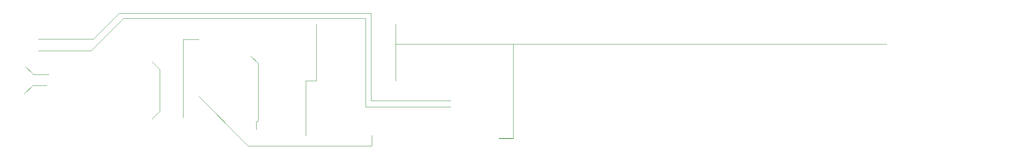
<source format=gbl>
*%FSLAX23Y23*%
*%MOIN*%
G01*
D17*
X7524Y7568D02*
X7661Y7431D01*
X7524Y7568D02*
X7339Y7754D01*
X8685Y7431D02*
X8717D01*
X8697D02*
X7661D01*
X8665Y7765D02*
X8709D01*
X9012D02*
X9390D01*
X9012D02*
X8709D01*
Y7817D02*
X9390D01*
X8244Y7986D02*
X8154D01*
X5961Y8041D02*
X5827D01*
X5823Y7946D02*
X5945D01*
X7106Y8340D02*
X7240D01*
X6598Y8521D02*
X8665D01*
X8709Y8565D02*
X8618D01*
X5823Y7946D02*
X5752Y7876D01*
X5827Y8041D02*
X5819Y8049D01*
X5760Y8108D01*
X6906Y7789D02*
Y7726D01*
Y7765D02*
Y8084D01*
Y7726D02*
X6839Y7659D01*
X6906Y8084D02*
X6839Y8151D01*
X7106Y8340D02*
Y7848D01*
Y7675D01*
X7240Y7852D02*
X7339Y7754D01*
X8154Y7706D02*
Y7986D01*
Y7706D02*
Y7517D01*
X8717Y7521D02*
Y7431D01*
X8665Y7765D02*
Y8521D01*
X8709Y8565D02*
Y7817D01*
D18*
X6559Y8565D02*
X6339Y8344D01*
X6320Y8244D02*
X6597Y8521D01*
X6320Y8244D02*
X5872D01*
X5870Y8344D02*
X6339D01*
X6559Y8565D02*
X8709D01*
X8665Y8521D02*
X6597D01*
X7746Y8137D02*
Y7646D01*
X7732Y7632D02*
Y7569D01*
X7746Y8137D02*
X7682Y8201D01*
X7746Y7646D02*
X7732Y7632D01*
X8709Y8439D02*
Y8565D01*
X8665Y8521D02*
Y8402D01*
D19*
X9390Y7765D02*
D03*
Y7817D02*
D03*
X8921Y8470D02*
D03*
Y7986D02*
D03*
X8717Y7521D02*
D03*
X8709Y7765D02*
D03*
Y7817D02*
D03*
X8244Y8470D02*
D03*
Y7986D02*
D03*
X8154Y7517D02*
D03*
X7732Y7568D02*
D03*
X7661Y7431D02*
D03*
X7106Y7675D02*
D03*
D20*
X9803Y7494D02*
X9925D01*
X8244Y7986D02*
Y8470D01*
X8921D02*
Y7986D01*
D21*
X9799Y7498D02*
X9925D01*
X8921Y8301D02*
X13110D01*
X10146D02*
X9925D01*
X8921Y8293D02*
Y8470D01*
Y8301D01*
X9925D02*
Y7498D01*
D27*
X5872Y8343D02*
D03*
X5972D02*
D03*
X5872Y8243D02*
D03*
X5972D02*
D03*
X5872Y8143D02*
D03*
X5972D02*
D03*
X5872Y8043D02*
D03*
X5972D02*
D03*
X5872Y7943D02*
D03*
X5972D02*
D03*
X5872Y7843D02*
D03*
X5972D02*
D03*
X5872Y7743D02*
D03*
X5972Y7743D02*
D03*
X5872Y7643D02*
D03*
X6697Y7802D02*
D03*
X6397D02*
D03*
X6697Y8202D02*
D03*
X6397D02*
D03*
X7239Y8152D02*
D03*
Y7852D02*
D03*
X6839Y8152D02*
D03*
Y7852D02*
D03*
Y7359D02*
D03*
Y7659D02*
D03*
X7239Y7359D02*
D03*
Y7659D02*
D03*
Y8644D02*
D03*
Y8344D02*
D03*
X6839Y8644D02*
D03*
Y8344D02*
D03*
X7382Y8202D02*
D03*
X7682D02*
D03*
X7382Y7802D02*
D03*
X7682D02*
D03*
X11381Y7797D02*
D03*
Y7497D02*
D03*
X10981Y7797D02*
D03*
Y7497D02*
D03*
X10200Y7797D02*
D03*
Y7497D02*
D03*
X9800Y7797D02*
D03*
Y7497D02*
D03*
X12037Y7927D02*
D03*
X12137D02*
D03*
X12562Y7797D02*
D03*
Y7497D02*
D03*
X12162Y7797D02*
D03*
Y7497D02*
D03*
X13111Y7828D02*
D03*
X13211D02*
D03*
X13111Y8065D02*
D03*
X13211D02*
D03*
X13111Y8301D02*
D03*
X13211D02*
D03*
D31*
X5760Y8108D02*
D03*
X5752Y7876D02*
D03*
D35*
X6280Y7478D02*
D03*
Y8525D02*
D03*
X10177D02*
D03*
X14075Y7478D02*
D03*
Y8525D02*
D03*
D47*
X5972Y7643D02*
D03*
M02*

</source>
